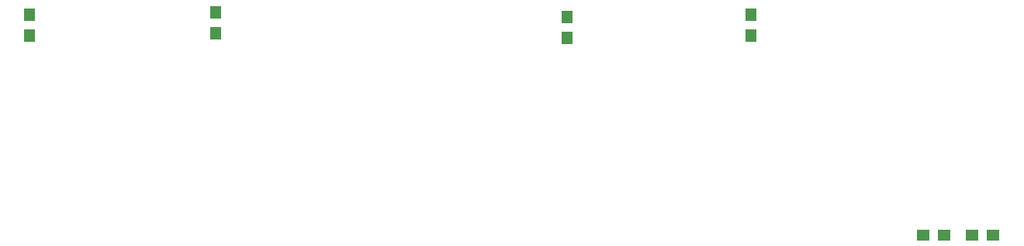
<source format=gtp>
G04*
G04 #@! TF.GenerationSoftware,Altium Limited,Altium Designer,20.0.9 (164)*
G04*
G04 Layer_Color=8421504*
%FSLAX25Y25*%
%MOIN*%
G70*
G01*
G75*
%ADD16R,0.05500X0.04500*%
%ADD17R,0.04500X0.05500*%
D16*
X651000Y127000D02*
D03*
X642000D02*
D03*
X630000D02*
D03*
X621000D02*
D03*
D17*
X237000Y213000D02*
D03*
Y222000D02*
D03*
X317000Y214000D02*
D03*
Y223000D02*
D03*
X468000Y212000D02*
D03*
Y221000D02*
D03*
X547000Y213000D02*
D03*
Y222000D02*
D03*
M02*

</source>
